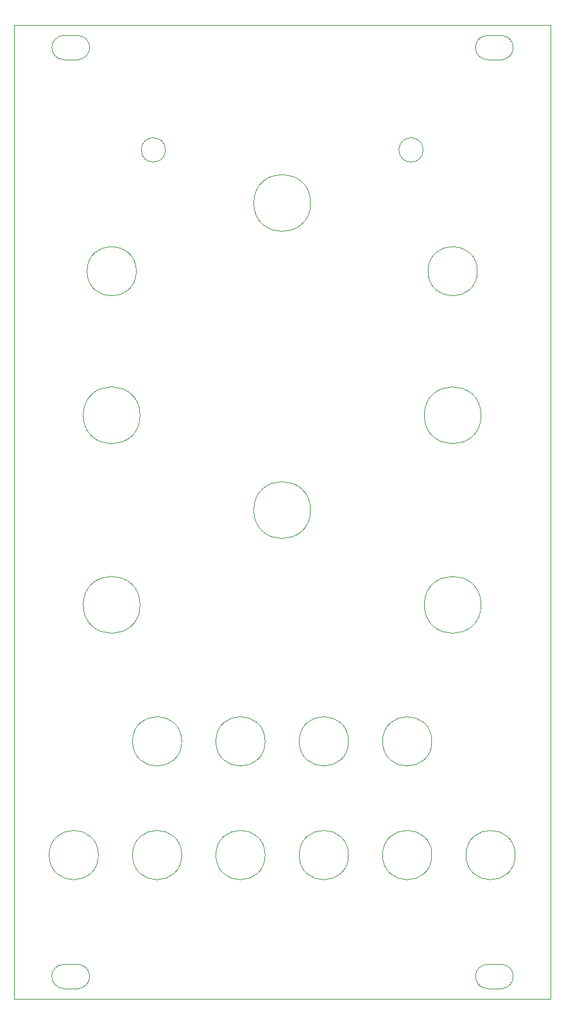
<source format=gm1>
G04 #@! TF.GenerationSoftware,KiCad,Pcbnew,(5.0.0-rc2)*
G04 #@! TF.CreationDate,2020-07-08T21:08:46+03:00*
G04 #@! TF.ProjectId,SWAMPNL2,5357414D504E4C322E6B696361645F70,rev?*
G04 #@! TF.SameCoordinates,PX2549e60PY82a7440*
G04 #@! TF.FileFunction,Profile,NP*
%FSLAX46Y46*%
G04 Gerber Fmt 4.6, Leading zero omitted, Abs format (unit mm)*
G04 Created by KiCad (PCBNEW (5.0.0-rc2)) date Wed Jul  8 21:08:46 2020*
%MOMM*%
%LPD*%
G01*
G04 APERTURE LIST*
%ADD10C,0.120000*%
G04 #@! TA.AperFunction,NonConductor*
%ADD11C,0.120000*%
G04 #@! TD*
G04 APERTURE END LIST*
D10*
X0Y128500000D02*
X0Y0D01*
X70800000Y128500000D02*
X0Y128500000D01*
X70800000Y0D02*
X70800000Y128500000D01*
X0Y0D02*
X70800000Y0D01*
D11*
G04 #@! TO.C,Ref\002A\002A*
X61650000Y52000000D02*
G75*
G03X61650000Y52000000I-3750000J0D01*
G01*
X16650000Y52000000D02*
G75*
G03X16650000Y52000000I-3750000J0D01*
G01*
X39150000Y64500000D02*
G75*
G03X39150000Y64500000I-3750000J0D01*
G01*
X61650000Y77000000D02*
G75*
G03X61650000Y77000000I-3750000J0D01*
G01*
X16650000Y77000000D02*
G75*
G03X16650000Y77000000I-3750000J0D01*
G01*
X39150000Y105000000D02*
G75*
G03X39150000Y105000000I-3750000J0D01*
G01*
X61150000Y96000000D02*
G75*
G03X61150000Y96000000I-3250000J0D01*
G01*
X16150000Y96000000D02*
G75*
G03X16150000Y96000000I-3250000J0D01*
G01*
X66150000Y19000000D02*
G75*
G03X66150000Y19000000I-3250000J0D01*
G01*
X55150000Y19000000D02*
G75*
G03X55150000Y19000000I-3250000J0D01*
G01*
X44150000Y19000000D02*
G75*
G03X44150000Y19000000I-3250000J0D01*
G01*
X33150000Y19000000D02*
G75*
G03X33150000Y19000000I-3250000J0D01*
G01*
X22150000Y19000000D02*
G75*
G03X22150000Y19000000I-3250000J0D01*
G01*
X55150000Y34000000D02*
G75*
G03X55150000Y34000000I-3250000J0D01*
G01*
X44150000Y34000000D02*
G75*
G03X44150000Y34000000I-3250000J0D01*
G01*
X33150000Y34000000D02*
G75*
G03X33150000Y34000000I-3250000J0D01*
G01*
G04 #@! TO.C,X*
X62500000Y127100000D02*
X64300000Y127100000D01*
X62500000Y123900000D02*
X64300000Y123900000D01*
X60900000Y125500000D02*
G75*
G03X62500000Y123900000I1600000J0D01*
G01*
X62500000Y127100000D02*
G75*
G03X60900000Y125500000I0J-1600000D01*
G01*
X64300000Y123900000D02*
G75*
G03X65900000Y125500000I0J1600000D01*
G01*
X65900000Y125500000D02*
G75*
G03X64300000Y127100000I-1600000J0D01*
G01*
X6600000Y127100000D02*
X8400000Y127100000D01*
X6600000Y123900000D02*
X8400000Y123900000D01*
X5000000Y125500000D02*
G75*
G03X6600000Y123900000I1600000J0D01*
G01*
X6600000Y127100000D02*
G75*
G03X5000000Y125500000I0J-1600000D01*
G01*
X8400000Y123900000D02*
G75*
G03X10000000Y125500000I0J1600000D01*
G01*
X10000000Y125500000D02*
G75*
G03X8400000Y127100000I-1600000J0D01*
G01*
X62500000Y4600000D02*
X64300000Y4600000D01*
X62500000Y1400000D02*
X64300000Y1400000D01*
X60900000Y3000000D02*
G75*
G03X62500000Y1400000I1600000J0D01*
G01*
X62500000Y4600000D02*
G75*
G03X60900000Y3000000I0J-1600000D01*
G01*
X64300000Y1400000D02*
G75*
G03X65900000Y3000000I0J1600000D01*
G01*
X65900000Y3000000D02*
G75*
G03X64300000Y4600000I-1600000J0D01*
G01*
X10000000Y3000000D02*
G75*
G03X8400000Y4600000I-1600000J0D01*
G01*
X8400000Y1400000D02*
G75*
G03X10000000Y3000000I0J1600000D01*
G01*
X6600000Y4600000D02*
G75*
G03X5000000Y3000000I0J-1600000D01*
G01*
X5000000Y3000000D02*
G75*
G03X6600000Y1400000I1600000J0D01*
G01*
X6600000Y1400000D02*
X8400000Y1400000D01*
X6600000Y4600000D02*
X8400000Y4600000D01*
G04 #@! TO.C,Ref\002A\002A*
X20000000Y112000000D02*
G75*
G03X20000000Y112000000I-1600000J0D01*
G01*
X54000000Y112000000D02*
G75*
G03X54000000Y112000000I-1600000J0D01*
G01*
X22150000Y34000000D02*
G75*
G03X22150000Y34000000I-3250000J0D01*
G01*
X11150000Y19000000D02*
G75*
G03X11150000Y19000000I-3250000J0D01*
G01*
G04 #@! TD*
M02*

</source>
